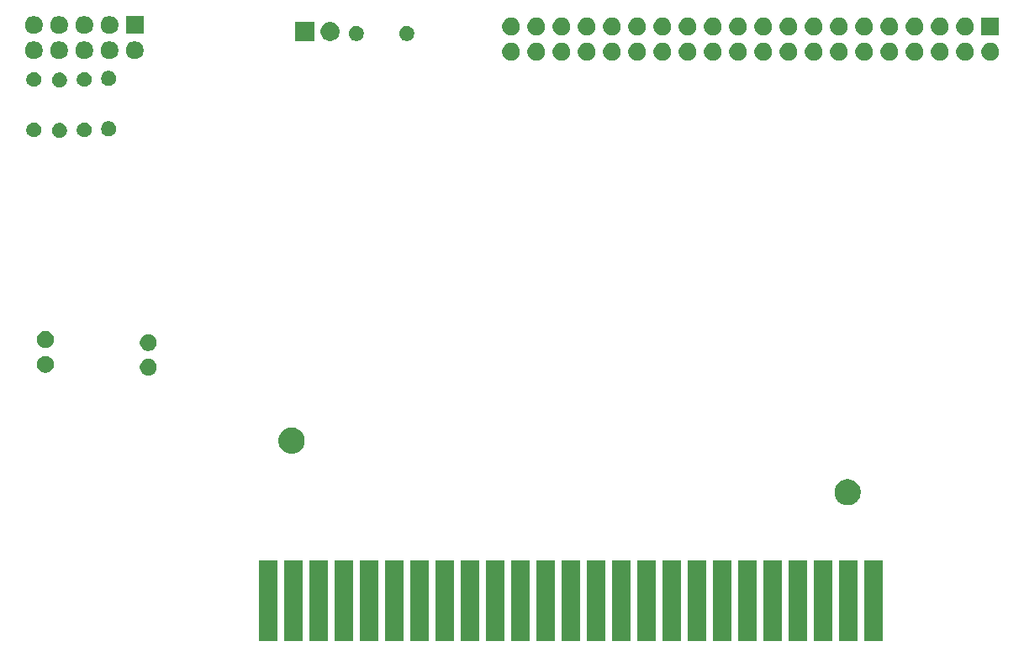
<source format=gbs>
G04 #@! TF.GenerationSoftware,KiCad,Pcbnew,(5.1.5)-3*
G04 #@! TF.CreationDate,2020-06-08T21:14:36+01:00*
G04 #@! TF.ProjectId,MSXPI2,4d535850-4932-42e6-9b69-6361645f7063,rev?*
G04 #@! TF.SameCoordinates,Original*
G04 #@! TF.FileFunction,Soldermask,Bot*
G04 #@! TF.FilePolarity,Negative*
%FSLAX46Y46*%
G04 Gerber Fmt 4.6, Leading zero omitted, Abs format (unit mm)*
G04 Created by KiCad (PCBNEW (5.1.5)-3) date 2020-06-08 21:14:36*
%MOMM*%
%LPD*%
G04 APERTURE LIST*
%ADD10C,0.100000*%
G04 APERTURE END LIST*
D10*
G36*
X169850840Y-93558440D02*
G01*
X167948840Y-93558440D01*
X167948840Y-85456440D01*
X169850840Y-85456440D01*
X169850840Y-93558440D01*
G37*
G36*
X136830840Y-93558440D02*
G01*
X134928840Y-93558440D01*
X134928840Y-85456440D01*
X136830840Y-85456440D01*
X136830840Y-93558440D01*
G37*
G36*
X108890840Y-93558440D02*
G01*
X106988840Y-93558440D01*
X106988840Y-85456440D01*
X108890840Y-85456440D01*
X108890840Y-93558440D01*
G37*
G36*
X111430840Y-93558440D02*
G01*
X109528840Y-93558440D01*
X109528840Y-85456440D01*
X111430840Y-85456440D01*
X111430840Y-93558440D01*
G37*
G36*
X113970840Y-93558440D02*
G01*
X112068840Y-93558440D01*
X112068840Y-85456440D01*
X113970840Y-85456440D01*
X113970840Y-93558440D01*
G37*
G36*
X116510840Y-93558440D02*
G01*
X114608840Y-93558440D01*
X114608840Y-85456440D01*
X116510840Y-85456440D01*
X116510840Y-93558440D01*
G37*
G36*
X119050840Y-93558440D02*
G01*
X117148840Y-93558440D01*
X117148840Y-85456440D01*
X119050840Y-85456440D01*
X119050840Y-93558440D01*
G37*
G36*
X121590840Y-93558440D02*
G01*
X119688840Y-93558440D01*
X119688840Y-85456440D01*
X121590840Y-85456440D01*
X121590840Y-93558440D01*
G37*
G36*
X124130840Y-93558440D02*
G01*
X122228840Y-93558440D01*
X122228840Y-85456440D01*
X124130840Y-85456440D01*
X124130840Y-93558440D01*
G37*
G36*
X126670840Y-93558440D02*
G01*
X124768840Y-93558440D01*
X124768840Y-85456440D01*
X126670840Y-85456440D01*
X126670840Y-93558440D01*
G37*
G36*
X129210840Y-93558440D02*
G01*
X127308840Y-93558440D01*
X127308840Y-85456440D01*
X129210840Y-85456440D01*
X129210840Y-93558440D01*
G37*
G36*
X131750840Y-93558440D02*
G01*
X129848840Y-93558440D01*
X129848840Y-85456440D01*
X131750840Y-85456440D01*
X131750840Y-93558440D01*
G37*
G36*
X134290840Y-93558440D02*
G01*
X132388840Y-93558440D01*
X132388840Y-85456440D01*
X134290840Y-85456440D01*
X134290840Y-93558440D01*
G37*
G36*
X162230840Y-93558440D02*
G01*
X160328840Y-93558440D01*
X160328840Y-85456440D01*
X162230840Y-85456440D01*
X162230840Y-93558440D01*
G37*
G36*
X139370840Y-93558440D02*
G01*
X137468840Y-93558440D01*
X137468840Y-85456440D01*
X139370840Y-85456440D01*
X139370840Y-93558440D01*
G37*
G36*
X167310840Y-93558440D02*
G01*
X165408840Y-93558440D01*
X165408840Y-85456440D01*
X167310840Y-85456440D01*
X167310840Y-93558440D01*
G37*
G36*
X164770840Y-93558440D02*
G01*
X162868840Y-93558440D01*
X162868840Y-85456440D01*
X164770840Y-85456440D01*
X164770840Y-93558440D01*
G37*
G36*
X159690840Y-93558440D02*
G01*
X157788840Y-93558440D01*
X157788840Y-85456440D01*
X159690840Y-85456440D01*
X159690840Y-93558440D01*
G37*
G36*
X157150840Y-93558440D02*
G01*
X155248840Y-93558440D01*
X155248840Y-85456440D01*
X157150840Y-85456440D01*
X157150840Y-93558440D01*
G37*
G36*
X154610840Y-93558440D02*
G01*
X152708840Y-93558440D01*
X152708840Y-85456440D01*
X154610840Y-85456440D01*
X154610840Y-93558440D01*
G37*
G36*
X152070840Y-93558440D02*
G01*
X150168840Y-93558440D01*
X150168840Y-85456440D01*
X152070840Y-85456440D01*
X152070840Y-93558440D01*
G37*
G36*
X149530840Y-93558440D02*
G01*
X147628840Y-93558440D01*
X147628840Y-85456440D01*
X149530840Y-85456440D01*
X149530840Y-93558440D01*
G37*
G36*
X146990840Y-93558440D02*
G01*
X145088840Y-93558440D01*
X145088840Y-85456440D01*
X146990840Y-85456440D01*
X146990840Y-93558440D01*
G37*
G36*
X144450840Y-93558440D02*
G01*
X142548840Y-93558440D01*
X142548840Y-85456440D01*
X144450840Y-85456440D01*
X144450840Y-93558440D01*
G37*
G36*
X141910840Y-93558440D02*
G01*
X140008840Y-93558440D01*
X140008840Y-85456440D01*
X141910840Y-85456440D01*
X141910840Y-93558440D01*
G37*
G36*
X166541354Y-77281822D02*
G01*
X166668962Y-77307205D01*
X166809788Y-77365537D01*
X166909367Y-77406784D01*
X166909368Y-77406785D01*
X167125729Y-77551352D01*
X167309728Y-77735351D01*
X167406325Y-77879919D01*
X167454296Y-77951713D01*
X167495543Y-78051292D01*
X167553875Y-78192118D01*
X167604640Y-78447333D01*
X167604640Y-78707547D01*
X167553875Y-78962762D01*
X167495543Y-79103588D01*
X167454296Y-79203167D01*
X167454295Y-79203168D01*
X167309728Y-79419529D01*
X167125729Y-79603528D01*
X166981161Y-79700125D01*
X166909367Y-79748096D01*
X166809788Y-79789343D01*
X166668962Y-79847675D01*
X166541354Y-79873058D01*
X166413749Y-79898440D01*
X166153531Y-79898440D01*
X166025926Y-79873058D01*
X165898318Y-79847675D01*
X165757492Y-79789343D01*
X165657913Y-79748096D01*
X165586119Y-79700125D01*
X165441551Y-79603528D01*
X165257552Y-79419529D01*
X165112985Y-79203168D01*
X165112984Y-79203167D01*
X165071737Y-79103588D01*
X165013405Y-78962762D01*
X164962640Y-78707547D01*
X164962640Y-78447333D01*
X165013405Y-78192118D01*
X165071737Y-78051292D01*
X165112984Y-77951713D01*
X165160955Y-77879919D01*
X165257552Y-77735351D01*
X165441551Y-77551352D01*
X165657912Y-77406785D01*
X165657913Y-77406784D01*
X165757492Y-77365537D01*
X165898318Y-77307205D01*
X166025925Y-77281823D01*
X166153531Y-77256440D01*
X166413749Y-77256440D01*
X166541354Y-77281822D01*
G37*
G36*
X110541975Y-72079903D02*
G01*
X110669582Y-72105285D01*
X110810408Y-72163617D01*
X110909987Y-72204864D01*
X110909988Y-72204865D01*
X111126349Y-72349432D01*
X111310348Y-72533431D01*
X111406945Y-72677999D01*
X111454916Y-72749793D01*
X111496163Y-72849372D01*
X111554495Y-72990198D01*
X111605260Y-73245413D01*
X111605260Y-73505627D01*
X111554495Y-73760842D01*
X111496163Y-73901668D01*
X111454916Y-74001247D01*
X111454915Y-74001248D01*
X111310348Y-74217609D01*
X111126349Y-74401608D01*
X110981781Y-74498205D01*
X110909987Y-74546176D01*
X110810408Y-74587423D01*
X110669582Y-74645755D01*
X110541975Y-74671137D01*
X110414369Y-74696520D01*
X110154151Y-74696520D01*
X110026545Y-74671137D01*
X109898938Y-74645755D01*
X109758112Y-74587423D01*
X109658533Y-74546176D01*
X109586739Y-74498205D01*
X109442171Y-74401608D01*
X109258172Y-74217609D01*
X109113605Y-74001248D01*
X109113604Y-74001247D01*
X109072357Y-73901668D01*
X109014025Y-73760842D01*
X108963260Y-73505627D01*
X108963260Y-73245413D01*
X109014025Y-72990198D01*
X109072357Y-72849372D01*
X109113604Y-72749793D01*
X109161575Y-72677999D01*
X109258172Y-72533431D01*
X109442171Y-72349432D01*
X109658532Y-72204865D01*
X109658533Y-72204864D01*
X109758112Y-72163617D01*
X109898938Y-72105285D01*
X110026545Y-72079903D01*
X110154151Y-72054520D01*
X110414369Y-72054520D01*
X110541975Y-72079903D01*
G37*
G36*
X96107828Y-65170903D02*
G01*
X96262700Y-65235053D01*
X96402081Y-65328185D01*
X96520615Y-65446719D01*
X96613747Y-65586100D01*
X96677897Y-65740972D01*
X96710600Y-65905384D01*
X96710600Y-66073016D01*
X96677897Y-66237428D01*
X96613747Y-66392300D01*
X96520615Y-66531681D01*
X96402081Y-66650215D01*
X96262700Y-66743347D01*
X96107828Y-66807497D01*
X95943416Y-66840200D01*
X95775784Y-66840200D01*
X95611372Y-66807497D01*
X95456500Y-66743347D01*
X95317119Y-66650215D01*
X95198585Y-66531681D01*
X95105453Y-66392300D01*
X95041303Y-66237428D01*
X95008600Y-66073016D01*
X95008600Y-65905384D01*
X95041303Y-65740972D01*
X95105453Y-65586100D01*
X95198585Y-65446719D01*
X95317119Y-65328185D01*
X95456500Y-65235053D01*
X95611372Y-65170903D01*
X95775784Y-65138200D01*
X95943416Y-65138200D01*
X96107828Y-65170903D01*
G37*
G36*
X85744628Y-64876903D02*
G01*
X85899500Y-64941053D01*
X86038881Y-65034185D01*
X86157415Y-65152719D01*
X86250547Y-65292100D01*
X86314697Y-65446972D01*
X86347400Y-65611384D01*
X86347400Y-65779016D01*
X86314697Y-65943428D01*
X86250547Y-66098300D01*
X86157415Y-66237681D01*
X86038881Y-66356215D01*
X85899500Y-66449347D01*
X85744628Y-66513497D01*
X85580216Y-66546200D01*
X85412584Y-66546200D01*
X85248172Y-66513497D01*
X85093300Y-66449347D01*
X84953919Y-66356215D01*
X84835385Y-66237681D01*
X84742253Y-66098300D01*
X84678103Y-65943428D01*
X84645400Y-65779016D01*
X84645400Y-65611384D01*
X84678103Y-65446972D01*
X84742253Y-65292100D01*
X84835385Y-65152719D01*
X84953919Y-65034185D01*
X85093300Y-64941053D01*
X85248172Y-64876903D01*
X85412584Y-64844200D01*
X85580216Y-64844200D01*
X85744628Y-64876903D01*
G37*
G36*
X96107828Y-62670903D02*
G01*
X96262700Y-62735053D01*
X96402081Y-62828185D01*
X96520615Y-62946719D01*
X96613747Y-63086100D01*
X96677897Y-63240972D01*
X96710600Y-63405384D01*
X96710600Y-63573016D01*
X96677897Y-63737428D01*
X96613747Y-63892300D01*
X96520615Y-64031681D01*
X96402081Y-64150215D01*
X96262700Y-64243347D01*
X96107828Y-64307497D01*
X95943416Y-64340200D01*
X95775784Y-64340200D01*
X95611372Y-64307497D01*
X95456500Y-64243347D01*
X95317119Y-64150215D01*
X95198585Y-64031681D01*
X95105453Y-63892300D01*
X95041303Y-63737428D01*
X95008600Y-63573016D01*
X95008600Y-63405384D01*
X95041303Y-63240972D01*
X95105453Y-63086100D01*
X95198585Y-62946719D01*
X95317119Y-62828185D01*
X95456500Y-62735053D01*
X95611372Y-62670903D01*
X95775784Y-62638200D01*
X95943416Y-62638200D01*
X96107828Y-62670903D01*
G37*
G36*
X85744628Y-62376903D02*
G01*
X85899500Y-62441053D01*
X86038881Y-62534185D01*
X86157415Y-62652719D01*
X86250547Y-62792100D01*
X86314697Y-62946972D01*
X86347400Y-63111384D01*
X86347400Y-63279016D01*
X86314697Y-63443428D01*
X86250547Y-63598300D01*
X86157415Y-63737681D01*
X86038881Y-63856215D01*
X85899500Y-63949347D01*
X85744628Y-64013497D01*
X85580216Y-64046200D01*
X85412584Y-64046200D01*
X85248172Y-64013497D01*
X85093300Y-63949347D01*
X84953919Y-63856215D01*
X84835385Y-63737681D01*
X84742253Y-63598300D01*
X84678103Y-63443428D01*
X84645400Y-63279016D01*
X84645400Y-63111384D01*
X84678103Y-62946972D01*
X84742253Y-62792100D01*
X84835385Y-62652719D01*
X84953919Y-62534185D01*
X85093300Y-62441053D01*
X85248172Y-62376903D01*
X85412584Y-62344200D01*
X85580216Y-62344200D01*
X85744628Y-62376903D01*
G37*
G36*
X87069481Y-41377459D02*
G01*
X87137859Y-41391060D01*
X87274532Y-41447672D01*
X87397535Y-41529860D01*
X87502140Y-41634465D01*
X87584328Y-41757468D01*
X87584329Y-41757470D01*
X87640940Y-41894141D01*
X87659696Y-41988433D01*
X87669800Y-42039233D01*
X87669800Y-42187167D01*
X87640940Y-42332259D01*
X87584328Y-42468932D01*
X87502140Y-42591935D01*
X87397535Y-42696540D01*
X87274532Y-42778728D01*
X87274531Y-42778729D01*
X87274530Y-42778729D01*
X87137859Y-42835340D01*
X86992768Y-42864200D01*
X86844832Y-42864200D01*
X86699741Y-42835340D01*
X86563070Y-42778729D01*
X86563069Y-42778729D01*
X86563068Y-42778728D01*
X86440065Y-42696540D01*
X86335460Y-42591935D01*
X86253272Y-42468932D01*
X86196660Y-42332259D01*
X86167800Y-42187167D01*
X86167800Y-42039233D01*
X86177905Y-41988433D01*
X86196660Y-41894141D01*
X86253271Y-41757470D01*
X86253272Y-41757468D01*
X86335460Y-41634465D01*
X86440065Y-41529860D01*
X86563068Y-41447672D01*
X86699741Y-41391060D01*
X86768119Y-41377459D01*
X86844832Y-41362200D01*
X86992768Y-41362200D01*
X87069481Y-41377459D01*
G37*
G36*
X89627059Y-41340260D02*
G01*
X89716868Y-41377460D01*
X89763732Y-41396872D01*
X89886735Y-41479060D01*
X89991340Y-41583665D01*
X90073528Y-41706668D01*
X90073529Y-41706670D01*
X90130140Y-41843341D01*
X90159000Y-41988432D01*
X90159000Y-42136368D01*
X90148895Y-42187168D01*
X90130140Y-42281459D01*
X90073528Y-42418132D01*
X89991340Y-42541135D01*
X89886735Y-42645740D01*
X89763732Y-42727928D01*
X89763731Y-42727929D01*
X89763730Y-42727929D01*
X89627059Y-42784540D01*
X89481968Y-42813400D01*
X89334032Y-42813400D01*
X89188941Y-42784540D01*
X89052270Y-42727929D01*
X89052269Y-42727929D01*
X89052268Y-42727928D01*
X88929265Y-42645740D01*
X88824660Y-42541135D01*
X88742472Y-42418132D01*
X88685860Y-42281459D01*
X88667105Y-42187168D01*
X88657000Y-42136368D01*
X88657000Y-41988432D01*
X88685860Y-41843341D01*
X88742471Y-41706670D01*
X88742472Y-41706668D01*
X88824660Y-41583665D01*
X88929265Y-41479060D01*
X89052268Y-41396872D01*
X89099133Y-41377460D01*
X89188941Y-41340260D01*
X89334032Y-41311400D01*
X89481968Y-41311400D01*
X89627059Y-41340260D01*
G37*
G36*
X84547059Y-41340260D02*
G01*
X84636868Y-41377460D01*
X84683732Y-41396872D01*
X84806735Y-41479060D01*
X84911340Y-41583665D01*
X84993528Y-41706668D01*
X84993529Y-41706670D01*
X85050140Y-41843341D01*
X85079000Y-41988432D01*
X85079000Y-42136368D01*
X85068895Y-42187168D01*
X85050140Y-42281459D01*
X84993528Y-42418132D01*
X84911340Y-42541135D01*
X84806735Y-42645740D01*
X84683732Y-42727928D01*
X84683731Y-42727929D01*
X84683730Y-42727929D01*
X84547059Y-42784540D01*
X84401968Y-42813400D01*
X84254032Y-42813400D01*
X84108941Y-42784540D01*
X83972270Y-42727929D01*
X83972269Y-42727929D01*
X83972268Y-42727928D01*
X83849265Y-42645740D01*
X83744660Y-42541135D01*
X83662472Y-42418132D01*
X83605860Y-42281459D01*
X83587105Y-42187168D01*
X83577000Y-42136368D01*
X83577000Y-41988432D01*
X83605860Y-41843341D01*
X83662471Y-41706670D01*
X83662472Y-41706668D01*
X83744660Y-41583665D01*
X83849265Y-41479060D01*
X83972268Y-41396872D01*
X84019133Y-41377460D01*
X84108941Y-41340260D01*
X84254032Y-41311400D01*
X84401968Y-41311400D01*
X84547059Y-41340260D01*
G37*
G36*
X92065459Y-41238660D02*
G01*
X92202132Y-41295272D01*
X92325135Y-41377460D01*
X92429740Y-41482065D01*
X92511928Y-41605068D01*
X92568540Y-41741741D01*
X92597400Y-41886833D01*
X92597400Y-42034767D01*
X92568540Y-42179859D01*
X92511928Y-42316532D01*
X92429740Y-42439535D01*
X92325135Y-42544140D01*
X92202132Y-42626328D01*
X92202131Y-42626329D01*
X92202130Y-42626329D01*
X92065459Y-42682940D01*
X91920368Y-42711800D01*
X91772432Y-42711800D01*
X91627341Y-42682940D01*
X91490670Y-42626329D01*
X91490669Y-42626329D01*
X91490668Y-42626328D01*
X91367665Y-42544140D01*
X91263060Y-42439535D01*
X91180872Y-42316532D01*
X91124260Y-42179859D01*
X91095400Y-42034767D01*
X91095400Y-41886833D01*
X91124260Y-41741741D01*
X91180872Y-41605068D01*
X91263060Y-41482065D01*
X91367665Y-41377460D01*
X91490668Y-41295272D01*
X91627341Y-41238660D01*
X91772432Y-41209800D01*
X91920368Y-41209800D01*
X92065459Y-41238660D01*
G37*
G36*
X87069481Y-36297459D02*
G01*
X87137859Y-36311060D01*
X87274532Y-36367672D01*
X87397535Y-36449860D01*
X87502140Y-36554465D01*
X87584328Y-36677468D01*
X87584329Y-36677470D01*
X87640940Y-36814141D01*
X87659696Y-36908433D01*
X87669800Y-36959233D01*
X87669800Y-37107167D01*
X87640940Y-37252259D01*
X87584328Y-37388932D01*
X87502140Y-37511935D01*
X87397535Y-37616540D01*
X87274532Y-37698728D01*
X87274531Y-37698729D01*
X87274530Y-37698729D01*
X87137859Y-37755340D01*
X86992768Y-37784200D01*
X86844832Y-37784200D01*
X86699741Y-37755340D01*
X86563070Y-37698729D01*
X86563069Y-37698729D01*
X86563068Y-37698728D01*
X86440065Y-37616540D01*
X86335460Y-37511935D01*
X86253272Y-37388932D01*
X86196660Y-37252259D01*
X86167800Y-37107167D01*
X86167800Y-36959233D01*
X86177905Y-36908433D01*
X86196660Y-36814141D01*
X86253271Y-36677470D01*
X86253272Y-36677468D01*
X86335460Y-36554465D01*
X86440065Y-36449860D01*
X86563068Y-36367672D01*
X86699741Y-36311060D01*
X86768119Y-36297459D01*
X86844832Y-36282200D01*
X86992768Y-36282200D01*
X87069481Y-36297459D01*
G37*
G36*
X89627059Y-36260260D02*
G01*
X89716868Y-36297460D01*
X89763732Y-36316872D01*
X89886735Y-36399060D01*
X89991340Y-36503665D01*
X90073528Y-36626668D01*
X90073529Y-36626670D01*
X90130140Y-36763341D01*
X90159000Y-36908432D01*
X90159000Y-37056368D01*
X90148895Y-37107168D01*
X90130140Y-37201459D01*
X90073528Y-37338132D01*
X89991340Y-37461135D01*
X89886735Y-37565740D01*
X89763732Y-37647928D01*
X89763731Y-37647929D01*
X89763730Y-37647929D01*
X89627059Y-37704540D01*
X89481968Y-37733400D01*
X89334032Y-37733400D01*
X89188941Y-37704540D01*
X89052270Y-37647929D01*
X89052269Y-37647929D01*
X89052268Y-37647928D01*
X88929265Y-37565740D01*
X88824660Y-37461135D01*
X88742472Y-37338132D01*
X88685860Y-37201459D01*
X88667105Y-37107168D01*
X88657000Y-37056368D01*
X88657000Y-36908432D01*
X88685860Y-36763341D01*
X88742471Y-36626670D01*
X88742472Y-36626668D01*
X88824660Y-36503665D01*
X88929265Y-36399060D01*
X89052268Y-36316872D01*
X89099133Y-36297460D01*
X89188941Y-36260260D01*
X89334032Y-36231400D01*
X89481968Y-36231400D01*
X89627059Y-36260260D01*
G37*
G36*
X84547059Y-36260260D02*
G01*
X84636868Y-36297460D01*
X84683732Y-36316872D01*
X84806735Y-36399060D01*
X84911340Y-36503665D01*
X84993528Y-36626668D01*
X84993529Y-36626670D01*
X85050140Y-36763341D01*
X85079000Y-36908432D01*
X85079000Y-37056368D01*
X85068895Y-37107168D01*
X85050140Y-37201459D01*
X84993528Y-37338132D01*
X84911340Y-37461135D01*
X84806735Y-37565740D01*
X84683732Y-37647928D01*
X84683731Y-37647929D01*
X84683730Y-37647929D01*
X84547059Y-37704540D01*
X84401968Y-37733400D01*
X84254032Y-37733400D01*
X84108941Y-37704540D01*
X83972270Y-37647929D01*
X83972269Y-37647929D01*
X83972268Y-37647928D01*
X83849265Y-37565740D01*
X83744660Y-37461135D01*
X83662472Y-37338132D01*
X83605860Y-37201459D01*
X83587105Y-37107168D01*
X83577000Y-37056368D01*
X83577000Y-36908432D01*
X83605860Y-36763341D01*
X83662471Y-36626670D01*
X83662472Y-36626668D01*
X83744660Y-36503665D01*
X83849265Y-36399060D01*
X83972268Y-36316872D01*
X84019133Y-36297460D01*
X84108941Y-36260260D01*
X84254032Y-36231400D01*
X84401968Y-36231400D01*
X84547059Y-36260260D01*
G37*
G36*
X92065459Y-36158660D02*
G01*
X92202132Y-36215272D01*
X92325135Y-36297460D01*
X92429740Y-36402065D01*
X92511928Y-36525068D01*
X92568540Y-36661741D01*
X92597400Y-36806833D01*
X92597400Y-36954767D01*
X92568540Y-37099859D01*
X92511928Y-37236532D01*
X92429740Y-37359535D01*
X92325135Y-37464140D01*
X92202132Y-37546328D01*
X92202131Y-37546329D01*
X92202130Y-37546329D01*
X92065459Y-37602940D01*
X91920368Y-37631800D01*
X91772432Y-37631800D01*
X91627341Y-37602940D01*
X91490670Y-37546329D01*
X91490669Y-37546329D01*
X91490668Y-37546328D01*
X91367665Y-37464140D01*
X91263060Y-37359535D01*
X91180872Y-37236532D01*
X91124260Y-37099859D01*
X91095400Y-36954767D01*
X91095400Y-36806833D01*
X91124260Y-36661741D01*
X91180872Y-36525068D01*
X91263060Y-36402065D01*
X91367665Y-36297460D01*
X91490668Y-36215272D01*
X91627341Y-36158660D01*
X91772432Y-36129800D01*
X91920368Y-36129800D01*
X92065459Y-36158660D01*
G37*
G36*
X147738312Y-33292327D02*
G01*
X147887612Y-33322024D01*
X148051584Y-33389944D01*
X148199154Y-33488547D01*
X148324653Y-33614046D01*
X148423256Y-33761616D01*
X148491176Y-33925588D01*
X148520873Y-34074888D01*
X148525800Y-34099658D01*
X148525800Y-34277142D01*
X148520873Y-34301912D01*
X148491176Y-34451212D01*
X148423256Y-34615184D01*
X148324653Y-34762754D01*
X148199154Y-34888253D01*
X148051584Y-34986856D01*
X147887612Y-35054776D01*
X147738312Y-35084473D01*
X147713542Y-35089400D01*
X147536058Y-35089400D01*
X147511288Y-35084473D01*
X147361988Y-35054776D01*
X147198016Y-34986856D01*
X147050446Y-34888253D01*
X146924947Y-34762754D01*
X146826344Y-34615184D01*
X146758424Y-34451212D01*
X146728727Y-34301912D01*
X146723800Y-34277142D01*
X146723800Y-34099658D01*
X146728727Y-34074888D01*
X146758424Y-33925588D01*
X146826344Y-33761616D01*
X146924947Y-33614046D01*
X147050446Y-33488547D01*
X147198016Y-33389944D01*
X147361988Y-33322024D01*
X147511288Y-33292327D01*
X147536058Y-33287400D01*
X147713542Y-33287400D01*
X147738312Y-33292327D01*
G37*
G36*
X150278312Y-33292327D02*
G01*
X150427612Y-33322024D01*
X150591584Y-33389944D01*
X150739154Y-33488547D01*
X150864653Y-33614046D01*
X150963256Y-33761616D01*
X151031176Y-33925588D01*
X151060873Y-34074888D01*
X151065800Y-34099658D01*
X151065800Y-34277142D01*
X151060873Y-34301912D01*
X151031176Y-34451212D01*
X150963256Y-34615184D01*
X150864653Y-34762754D01*
X150739154Y-34888253D01*
X150591584Y-34986856D01*
X150427612Y-35054776D01*
X150278312Y-35084473D01*
X150253542Y-35089400D01*
X150076058Y-35089400D01*
X150051288Y-35084473D01*
X149901988Y-35054776D01*
X149738016Y-34986856D01*
X149590446Y-34888253D01*
X149464947Y-34762754D01*
X149366344Y-34615184D01*
X149298424Y-34451212D01*
X149268727Y-34301912D01*
X149263800Y-34277142D01*
X149263800Y-34099658D01*
X149268727Y-34074888D01*
X149298424Y-33925588D01*
X149366344Y-33761616D01*
X149464947Y-33614046D01*
X149590446Y-33488547D01*
X149738016Y-33389944D01*
X149901988Y-33322024D01*
X150051288Y-33292327D01*
X150076058Y-33287400D01*
X150253542Y-33287400D01*
X150278312Y-33292327D01*
G37*
G36*
X135038312Y-33292327D02*
G01*
X135187612Y-33322024D01*
X135351584Y-33389944D01*
X135499154Y-33488547D01*
X135624653Y-33614046D01*
X135723256Y-33761616D01*
X135791176Y-33925588D01*
X135820873Y-34074888D01*
X135825800Y-34099658D01*
X135825800Y-34277142D01*
X135820873Y-34301912D01*
X135791176Y-34451212D01*
X135723256Y-34615184D01*
X135624653Y-34762754D01*
X135499154Y-34888253D01*
X135351584Y-34986856D01*
X135187612Y-35054776D01*
X135038312Y-35084473D01*
X135013542Y-35089400D01*
X134836058Y-35089400D01*
X134811288Y-35084473D01*
X134661988Y-35054776D01*
X134498016Y-34986856D01*
X134350446Y-34888253D01*
X134224947Y-34762754D01*
X134126344Y-34615184D01*
X134058424Y-34451212D01*
X134028727Y-34301912D01*
X134023800Y-34277142D01*
X134023800Y-34099658D01*
X134028727Y-34074888D01*
X134058424Y-33925588D01*
X134126344Y-33761616D01*
X134224947Y-33614046D01*
X134350446Y-33488547D01*
X134498016Y-33389944D01*
X134661988Y-33322024D01*
X134811288Y-33292327D01*
X134836058Y-33287400D01*
X135013542Y-33287400D01*
X135038312Y-33292327D01*
G37*
G36*
X152818312Y-33292327D02*
G01*
X152967612Y-33322024D01*
X153131584Y-33389944D01*
X153279154Y-33488547D01*
X153404653Y-33614046D01*
X153503256Y-33761616D01*
X153571176Y-33925588D01*
X153600873Y-34074888D01*
X153605800Y-34099658D01*
X153605800Y-34277142D01*
X153600873Y-34301912D01*
X153571176Y-34451212D01*
X153503256Y-34615184D01*
X153404653Y-34762754D01*
X153279154Y-34888253D01*
X153131584Y-34986856D01*
X152967612Y-35054776D01*
X152818312Y-35084473D01*
X152793542Y-35089400D01*
X152616058Y-35089400D01*
X152591288Y-35084473D01*
X152441988Y-35054776D01*
X152278016Y-34986856D01*
X152130446Y-34888253D01*
X152004947Y-34762754D01*
X151906344Y-34615184D01*
X151838424Y-34451212D01*
X151808727Y-34301912D01*
X151803800Y-34277142D01*
X151803800Y-34099658D01*
X151808727Y-34074888D01*
X151838424Y-33925588D01*
X151906344Y-33761616D01*
X152004947Y-33614046D01*
X152130446Y-33488547D01*
X152278016Y-33389944D01*
X152441988Y-33322024D01*
X152591288Y-33292327D01*
X152616058Y-33287400D01*
X152793542Y-33287400D01*
X152818312Y-33292327D01*
G37*
G36*
X157898312Y-33292327D02*
G01*
X158047612Y-33322024D01*
X158211584Y-33389944D01*
X158359154Y-33488547D01*
X158484653Y-33614046D01*
X158583256Y-33761616D01*
X158651176Y-33925588D01*
X158680873Y-34074888D01*
X158685800Y-34099658D01*
X158685800Y-34277142D01*
X158680873Y-34301912D01*
X158651176Y-34451212D01*
X158583256Y-34615184D01*
X158484653Y-34762754D01*
X158359154Y-34888253D01*
X158211584Y-34986856D01*
X158047612Y-35054776D01*
X157898312Y-35084473D01*
X157873542Y-35089400D01*
X157696058Y-35089400D01*
X157671288Y-35084473D01*
X157521988Y-35054776D01*
X157358016Y-34986856D01*
X157210446Y-34888253D01*
X157084947Y-34762754D01*
X156986344Y-34615184D01*
X156918424Y-34451212D01*
X156888727Y-34301912D01*
X156883800Y-34277142D01*
X156883800Y-34099658D01*
X156888727Y-34074888D01*
X156918424Y-33925588D01*
X156986344Y-33761616D01*
X157084947Y-33614046D01*
X157210446Y-33488547D01*
X157358016Y-33389944D01*
X157521988Y-33322024D01*
X157671288Y-33292327D01*
X157696058Y-33287400D01*
X157873542Y-33287400D01*
X157898312Y-33292327D01*
G37*
G36*
X160438312Y-33292327D02*
G01*
X160587612Y-33322024D01*
X160751584Y-33389944D01*
X160899154Y-33488547D01*
X161024653Y-33614046D01*
X161123256Y-33761616D01*
X161191176Y-33925588D01*
X161220873Y-34074888D01*
X161225800Y-34099658D01*
X161225800Y-34277142D01*
X161220873Y-34301912D01*
X161191176Y-34451212D01*
X161123256Y-34615184D01*
X161024653Y-34762754D01*
X160899154Y-34888253D01*
X160751584Y-34986856D01*
X160587612Y-35054776D01*
X160438312Y-35084473D01*
X160413542Y-35089400D01*
X160236058Y-35089400D01*
X160211288Y-35084473D01*
X160061988Y-35054776D01*
X159898016Y-34986856D01*
X159750446Y-34888253D01*
X159624947Y-34762754D01*
X159526344Y-34615184D01*
X159458424Y-34451212D01*
X159428727Y-34301912D01*
X159423800Y-34277142D01*
X159423800Y-34099658D01*
X159428727Y-34074888D01*
X159458424Y-33925588D01*
X159526344Y-33761616D01*
X159624947Y-33614046D01*
X159750446Y-33488547D01*
X159898016Y-33389944D01*
X160061988Y-33322024D01*
X160211288Y-33292327D01*
X160236058Y-33287400D01*
X160413542Y-33287400D01*
X160438312Y-33292327D01*
G37*
G36*
X162978312Y-33292327D02*
G01*
X163127612Y-33322024D01*
X163291584Y-33389944D01*
X163439154Y-33488547D01*
X163564653Y-33614046D01*
X163663256Y-33761616D01*
X163731176Y-33925588D01*
X163760873Y-34074888D01*
X163765800Y-34099658D01*
X163765800Y-34277142D01*
X163760873Y-34301912D01*
X163731176Y-34451212D01*
X163663256Y-34615184D01*
X163564653Y-34762754D01*
X163439154Y-34888253D01*
X163291584Y-34986856D01*
X163127612Y-35054776D01*
X162978312Y-35084473D01*
X162953542Y-35089400D01*
X162776058Y-35089400D01*
X162751288Y-35084473D01*
X162601988Y-35054776D01*
X162438016Y-34986856D01*
X162290446Y-34888253D01*
X162164947Y-34762754D01*
X162066344Y-34615184D01*
X161998424Y-34451212D01*
X161968727Y-34301912D01*
X161963800Y-34277142D01*
X161963800Y-34099658D01*
X161968727Y-34074888D01*
X161998424Y-33925588D01*
X162066344Y-33761616D01*
X162164947Y-33614046D01*
X162290446Y-33488547D01*
X162438016Y-33389944D01*
X162601988Y-33322024D01*
X162751288Y-33292327D01*
X162776058Y-33287400D01*
X162953542Y-33287400D01*
X162978312Y-33292327D01*
G37*
G36*
X165518312Y-33292327D02*
G01*
X165667612Y-33322024D01*
X165831584Y-33389944D01*
X165979154Y-33488547D01*
X166104653Y-33614046D01*
X166203256Y-33761616D01*
X166271176Y-33925588D01*
X166300873Y-34074888D01*
X166305800Y-34099658D01*
X166305800Y-34277142D01*
X166300873Y-34301912D01*
X166271176Y-34451212D01*
X166203256Y-34615184D01*
X166104653Y-34762754D01*
X165979154Y-34888253D01*
X165831584Y-34986856D01*
X165667612Y-35054776D01*
X165518312Y-35084473D01*
X165493542Y-35089400D01*
X165316058Y-35089400D01*
X165291288Y-35084473D01*
X165141988Y-35054776D01*
X164978016Y-34986856D01*
X164830446Y-34888253D01*
X164704947Y-34762754D01*
X164606344Y-34615184D01*
X164538424Y-34451212D01*
X164508727Y-34301912D01*
X164503800Y-34277142D01*
X164503800Y-34099658D01*
X164508727Y-34074888D01*
X164538424Y-33925588D01*
X164606344Y-33761616D01*
X164704947Y-33614046D01*
X164830446Y-33488547D01*
X164978016Y-33389944D01*
X165141988Y-33322024D01*
X165291288Y-33292327D01*
X165316058Y-33287400D01*
X165493542Y-33287400D01*
X165518312Y-33292327D01*
G37*
G36*
X168058312Y-33292327D02*
G01*
X168207612Y-33322024D01*
X168371584Y-33389944D01*
X168519154Y-33488547D01*
X168644653Y-33614046D01*
X168743256Y-33761616D01*
X168811176Y-33925588D01*
X168840873Y-34074888D01*
X168845800Y-34099658D01*
X168845800Y-34277142D01*
X168840873Y-34301912D01*
X168811176Y-34451212D01*
X168743256Y-34615184D01*
X168644653Y-34762754D01*
X168519154Y-34888253D01*
X168371584Y-34986856D01*
X168207612Y-35054776D01*
X168058312Y-35084473D01*
X168033542Y-35089400D01*
X167856058Y-35089400D01*
X167831288Y-35084473D01*
X167681988Y-35054776D01*
X167518016Y-34986856D01*
X167370446Y-34888253D01*
X167244947Y-34762754D01*
X167146344Y-34615184D01*
X167078424Y-34451212D01*
X167048727Y-34301912D01*
X167043800Y-34277142D01*
X167043800Y-34099658D01*
X167048727Y-34074888D01*
X167078424Y-33925588D01*
X167146344Y-33761616D01*
X167244947Y-33614046D01*
X167370446Y-33488547D01*
X167518016Y-33389944D01*
X167681988Y-33322024D01*
X167831288Y-33292327D01*
X167856058Y-33287400D01*
X168033542Y-33287400D01*
X168058312Y-33292327D01*
G37*
G36*
X170598312Y-33292327D02*
G01*
X170747612Y-33322024D01*
X170911584Y-33389944D01*
X171059154Y-33488547D01*
X171184653Y-33614046D01*
X171283256Y-33761616D01*
X171351176Y-33925588D01*
X171380873Y-34074888D01*
X171385800Y-34099658D01*
X171385800Y-34277142D01*
X171380873Y-34301912D01*
X171351176Y-34451212D01*
X171283256Y-34615184D01*
X171184653Y-34762754D01*
X171059154Y-34888253D01*
X170911584Y-34986856D01*
X170747612Y-35054776D01*
X170598312Y-35084473D01*
X170573542Y-35089400D01*
X170396058Y-35089400D01*
X170371288Y-35084473D01*
X170221988Y-35054776D01*
X170058016Y-34986856D01*
X169910446Y-34888253D01*
X169784947Y-34762754D01*
X169686344Y-34615184D01*
X169618424Y-34451212D01*
X169588727Y-34301912D01*
X169583800Y-34277142D01*
X169583800Y-34099658D01*
X169588727Y-34074888D01*
X169618424Y-33925588D01*
X169686344Y-33761616D01*
X169784947Y-33614046D01*
X169910446Y-33488547D01*
X170058016Y-33389944D01*
X170221988Y-33322024D01*
X170371288Y-33292327D01*
X170396058Y-33287400D01*
X170573542Y-33287400D01*
X170598312Y-33292327D01*
G37*
G36*
X140118312Y-33292327D02*
G01*
X140267612Y-33322024D01*
X140431584Y-33389944D01*
X140579154Y-33488547D01*
X140704653Y-33614046D01*
X140803256Y-33761616D01*
X140871176Y-33925588D01*
X140900873Y-34074888D01*
X140905800Y-34099658D01*
X140905800Y-34277142D01*
X140900873Y-34301912D01*
X140871176Y-34451212D01*
X140803256Y-34615184D01*
X140704653Y-34762754D01*
X140579154Y-34888253D01*
X140431584Y-34986856D01*
X140267612Y-35054776D01*
X140118312Y-35084473D01*
X140093542Y-35089400D01*
X139916058Y-35089400D01*
X139891288Y-35084473D01*
X139741988Y-35054776D01*
X139578016Y-34986856D01*
X139430446Y-34888253D01*
X139304947Y-34762754D01*
X139206344Y-34615184D01*
X139138424Y-34451212D01*
X139108727Y-34301912D01*
X139103800Y-34277142D01*
X139103800Y-34099658D01*
X139108727Y-34074888D01*
X139138424Y-33925588D01*
X139206344Y-33761616D01*
X139304947Y-33614046D01*
X139430446Y-33488547D01*
X139578016Y-33389944D01*
X139741988Y-33322024D01*
X139891288Y-33292327D01*
X139916058Y-33287400D01*
X140093542Y-33287400D01*
X140118312Y-33292327D01*
G37*
G36*
X137578312Y-33292327D02*
G01*
X137727612Y-33322024D01*
X137891584Y-33389944D01*
X138039154Y-33488547D01*
X138164653Y-33614046D01*
X138263256Y-33761616D01*
X138331176Y-33925588D01*
X138360873Y-34074888D01*
X138365800Y-34099658D01*
X138365800Y-34277142D01*
X138360873Y-34301912D01*
X138331176Y-34451212D01*
X138263256Y-34615184D01*
X138164653Y-34762754D01*
X138039154Y-34888253D01*
X137891584Y-34986856D01*
X137727612Y-35054776D01*
X137578312Y-35084473D01*
X137553542Y-35089400D01*
X137376058Y-35089400D01*
X137351288Y-35084473D01*
X137201988Y-35054776D01*
X137038016Y-34986856D01*
X136890446Y-34888253D01*
X136764947Y-34762754D01*
X136666344Y-34615184D01*
X136598424Y-34451212D01*
X136568727Y-34301912D01*
X136563800Y-34277142D01*
X136563800Y-34099658D01*
X136568727Y-34074888D01*
X136598424Y-33925588D01*
X136666344Y-33761616D01*
X136764947Y-33614046D01*
X136890446Y-33488547D01*
X137038016Y-33389944D01*
X137201988Y-33322024D01*
X137351288Y-33292327D01*
X137376058Y-33287400D01*
X137553542Y-33287400D01*
X137578312Y-33292327D01*
G37*
G36*
X132498312Y-33292327D02*
G01*
X132647612Y-33322024D01*
X132811584Y-33389944D01*
X132959154Y-33488547D01*
X133084653Y-33614046D01*
X133183256Y-33761616D01*
X133251176Y-33925588D01*
X133280873Y-34074888D01*
X133285800Y-34099658D01*
X133285800Y-34277142D01*
X133280873Y-34301912D01*
X133251176Y-34451212D01*
X133183256Y-34615184D01*
X133084653Y-34762754D01*
X132959154Y-34888253D01*
X132811584Y-34986856D01*
X132647612Y-35054776D01*
X132498312Y-35084473D01*
X132473542Y-35089400D01*
X132296058Y-35089400D01*
X132271288Y-35084473D01*
X132121988Y-35054776D01*
X131958016Y-34986856D01*
X131810446Y-34888253D01*
X131684947Y-34762754D01*
X131586344Y-34615184D01*
X131518424Y-34451212D01*
X131488727Y-34301912D01*
X131483800Y-34277142D01*
X131483800Y-34099658D01*
X131488727Y-34074888D01*
X131518424Y-33925588D01*
X131586344Y-33761616D01*
X131684947Y-33614046D01*
X131810446Y-33488547D01*
X131958016Y-33389944D01*
X132121988Y-33322024D01*
X132271288Y-33292327D01*
X132296058Y-33287400D01*
X132473542Y-33287400D01*
X132498312Y-33292327D01*
G37*
G36*
X155358312Y-33292327D02*
G01*
X155507612Y-33322024D01*
X155671584Y-33389944D01*
X155819154Y-33488547D01*
X155944653Y-33614046D01*
X156043256Y-33761616D01*
X156111176Y-33925588D01*
X156140873Y-34074888D01*
X156145800Y-34099658D01*
X156145800Y-34277142D01*
X156140873Y-34301912D01*
X156111176Y-34451212D01*
X156043256Y-34615184D01*
X155944653Y-34762754D01*
X155819154Y-34888253D01*
X155671584Y-34986856D01*
X155507612Y-35054776D01*
X155358312Y-35084473D01*
X155333542Y-35089400D01*
X155156058Y-35089400D01*
X155131288Y-35084473D01*
X154981988Y-35054776D01*
X154818016Y-34986856D01*
X154670446Y-34888253D01*
X154544947Y-34762754D01*
X154446344Y-34615184D01*
X154378424Y-34451212D01*
X154348727Y-34301912D01*
X154343800Y-34277142D01*
X154343800Y-34099658D01*
X154348727Y-34074888D01*
X154378424Y-33925588D01*
X154446344Y-33761616D01*
X154544947Y-33614046D01*
X154670446Y-33488547D01*
X154818016Y-33389944D01*
X154981988Y-33322024D01*
X155131288Y-33292327D01*
X155156058Y-33287400D01*
X155333542Y-33287400D01*
X155358312Y-33292327D01*
G37*
G36*
X180758312Y-33292327D02*
G01*
X180907612Y-33322024D01*
X181071584Y-33389944D01*
X181219154Y-33488547D01*
X181344653Y-33614046D01*
X181443256Y-33761616D01*
X181511176Y-33925588D01*
X181540873Y-34074888D01*
X181545800Y-34099658D01*
X181545800Y-34277142D01*
X181540873Y-34301912D01*
X181511176Y-34451212D01*
X181443256Y-34615184D01*
X181344653Y-34762754D01*
X181219154Y-34888253D01*
X181071584Y-34986856D01*
X180907612Y-35054776D01*
X180758312Y-35084473D01*
X180733542Y-35089400D01*
X180556058Y-35089400D01*
X180531288Y-35084473D01*
X180381988Y-35054776D01*
X180218016Y-34986856D01*
X180070446Y-34888253D01*
X179944947Y-34762754D01*
X179846344Y-34615184D01*
X179778424Y-34451212D01*
X179748727Y-34301912D01*
X179743800Y-34277142D01*
X179743800Y-34099658D01*
X179748727Y-34074888D01*
X179778424Y-33925588D01*
X179846344Y-33761616D01*
X179944947Y-33614046D01*
X180070446Y-33488547D01*
X180218016Y-33389944D01*
X180381988Y-33322024D01*
X180531288Y-33292327D01*
X180556058Y-33287400D01*
X180733542Y-33287400D01*
X180758312Y-33292327D01*
G37*
G36*
X178218312Y-33292327D02*
G01*
X178367612Y-33322024D01*
X178531584Y-33389944D01*
X178679154Y-33488547D01*
X178804653Y-33614046D01*
X178903256Y-33761616D01*
X178971176Y-33925588D01*
X179000873Y-34074888D01*
X179005800Y-34099658D01*
X179005800Y-34277142D01*
X179000873Y-34301912D01*
X178971176Y-34451212D01*
X178903256Y-34615184D01*
X178804653Y-34762754D01*
X178679154Y-34888253D01*
X178531584Y-34986856D01*
X178367612Y-35054776D01*
X178218312Y-35084473D01*
X178193542Y-35089400D01*
X178016058Y-35089400D01*
X177991288Y-35084473D01*
X177841988Y-35054776D01*
X177678016Y-34986856D01*
X177530446Y-34888253D01*
X177404947Y-34762754D01*
X177306344Y-34615184D01*
X177238424Y-34451212D01*
X177208727Y-34301912D01*
X177203800Y-34277142D01*
X177203800Y-34099658D01*
X177208727Y-34074888D01*
X177238424Y-33925588D01*
X177306344Y-33761616D01*
X177404947Y-33614046D01*
X177530446Y-33488547D01*
X177678016Y-33389944D01*
X177841988Y-33322024D01*
X177991288Y-33292327D01*
X178016058Y-33287400D01*
X178193542Y-33287400D01*
X178218312Y-33292327D01*
G37*
G36*
X175678312Y-33292327D02*
G01*
X175827612Y-33322024D01*
X175991584Y-33389944D01*
X176139154Y-33488547D01*
X176264653Y-33614046D01*
X176363256Y-33761616D01*
X176431176Y-33925588D01*
X176460873Y-34074888D01*
X176465800Y-34099658D01*
X176465800Y-34277142D01*
X176460873Y-34301912D01*
X176431176Y-34451212D01*
X176363256Y-34615184D01*
X176264653Y-34762754D01*
X176139154Y-34888253D01*
X175991584Y-34986856D01*
X175827612Y-35054776D01*
X175678312Y-35084473D01*
X175653542Y-35089400D01*
X175476058Y-35089400D01*
X175451288Y-35084473D01*
X175301988Y-35054776D01*
X175138016Y-34986856D01*
X174990446Y-34888253D01*
X174864947Y-34762754D01*
X174766344Y-34615184D01*
X174698424Y-34451212D01*
X174668727Y-34301912D01*
X174663800Y-34277142D01*
X174663800Y-34099658D01*
X174668727Y-34074888D01*
X174698424Y-33925588D01*
X174766344Y-33761616D01*
X174864947Y-33614046D01*
X174990446Y-33488547D01*
X175138016Y-33389944D01*
X175301988Y-33322024D01*
X175451288Y-33292327D01*
X175476058Y-33287400D01*
X175653542Y-33287400D01*
X175678312Y-33292327D01*
G37*
G36*
X142658312Y-33292327D02*
G01*
X142807612Y-33322024D01*
X142971584Y-33389944D01*
X143119154Y-33488547D01*
X143244653Y-33614046D01*
X143343256Y-33761616D01*
X143411176Y-33925588D01*
X143440873Y-34074888D01*
X143445800Y-34099658D01*
X143445800Y-34277142D01*
X143440873Y-34301912D01*
X143411176Y-34451212D01*
X143343256Y-34615184D01*
X143244653Y-34762754D01*
X143119154Y-34888253D01*
X142971584Y-34986856D01*
X142807612Y-35054776D01*
X142658312Y-35084473D01*
X142633542Y-35089400D01*
X142456058Y-35089400D01*
X142431288Y-35084473D01*
X142281988Y-35054776D01*
X142118016Y-34986856D01*
X141970446Y-34888253D01*
X141844947Y-34762754D01*
X141746344Y-34615184D01*
X141678424Y-34451212D01*
X141648727Y-34301912D01*
X141643800Y-34277142D01*
X141643800Y-34099658D01*
X141648727Y-34074888D01*
X141678424Y-33925588D01*
X141746344Y-33761616D01*
X141844947Y-33614046D01*
X141970446Y-33488547D01*
X142118016Y-33389944D01*
X142281988Y-33322024D01*
X142431288Y-33292327D01*
X142456058Y-33287400D01*
X142633542Y-33287400D01*
X142658312Y-33292327D01*
G37*
G36*
X173138312Y-33292327D02*
G01*
X173287612Y-33322024D01*
X173451584Y-33389944D01*
X173599154Y-33488547D01*
X173724653Y-33614046D01*
X173823256Y-33761616D01*
X173891176Y-33925588D01*
X173920873Y-34074888D01*
X173925800Y-34099658D01*
X173925800Y-34277142D01*
X173920873Y-34301912D01*
X173891176Y-34451212D01*
X173823256Y-34615184D01*
X173724653Y-34762754D01*
X173599154Y-34888253D01*
X173451584Y-34986856D01*
X173287612Y-35054776D01*
X173138312Y-35084473D01*
X173113542Y-35089400D01*
X172936058Y-35089400D01*
X172911288Y-35084473D01*
X172761988Y-35054776D01*
X172598016Y-34986856D01*
X172450446Y-34888253D01*
X172324947Y-34762754D01*
X172226344Y-34615184D01*
X172158424Y-34451212D01*
X172128727Y-34301912D01*
X172123800Y-34277142D01*
X172123800Y-34099658D01*
X172128727Y-34074888D01*
X172158424Y-33925588D01*
X172226344Y-33761616D01*
X172324947Y-33614046D01*
X172450446Y-33488547D01*
X172598016Y-33389944D01*
X172761988Y-33322024D01*
X172911288Y-33292327D01*
X172936058Y-33287400D01*
X173113542Y-33287400D01*
X173138312Y-33292327D01*
G37*
G36*
X145198312Y-33292327D02*
G01*
X145347612Y-33322024D01*
X145511584Y-33389944D01*
X145659154Y-33488547D01*
X145784653Y-33614046D01*
X145883256Y-33761616D01*
X145951176Y-33925588D01*
X145980873Y-34074888D01*
X145985800Y-34099658D01*
X145985800Y-34277142D01*
X145980873Y-34301912D01*
X145951176Y-34451212D01*
X145883256Y-34615184D01*
X145784653Y-34762754D01*
X145659154Y-34888253D01*
X145511584Y-34986856D01*
X145347612Y-35054776D01*
X145198312Y-35084473D01*
X145173542Y-35089400D01*
X144996058Y-35089400D01*
X144971288Y-35084473D01*
X144821988Y-35054776D01*
X144658016Y-34986856D01*
X144510446Y-34888253D01*
X144384947Y-34762754D01*
X144286344Y-34615184D01*
X144218424Y-34451212D01*
X144188727Y-34301912D01*
X144183800Y-34277142D01*
X144183800Y-34099658D01*
X144188727Y-34074888D01*
X144218424Y-33925588D01*
X144286344Y-33761616D01*
X144384947Y-33614046D01*
X144510446Y-33488547D01*
X144658016Y-33389944D01*
X144821988Y-33322024D01*
X144971288Y-33292327D01*
X144996058Y-33287400D01*
X145173542Y-33287400D01*
X145198312Y-33292327D01*
G37*
G36*
X94601512Y-33139927D02*
G01*
X94750812Y-33169624D01*
X94914784Y-33237544D01*
X95062354Y-33336147D01*
X95187853Y-33461646D01*
X95286456Y-33609216D01*
X95354376Y-33773188D01*
X95384073Y-33922488D01*
X95384690Y-33925588D01*
X95389000Y-33947259D01*
X95389000Y-34124741D01*
X95354376Y-34298812D01*
X95286456Y-34462784D01*
X95187853Y-34610354D01*
X95062354Y-34735853D01*
X94914784Y-34834456D01*
X94750812Y-34902376D01*
X94601512Y-34932073D01*
X94576742Y-34937000D01*
X94399258Y-34937000D01*
X94374488Y-34932073D01*
X94225188Y-34902376D01*
X94061216Y-34834456D01*
X93913646Y-34735853D01*
X93788147Y-34610354D01*
X93689544Y-34462784D01*
X93621624Y-34298812D01*
X93587000Y-34124741D01*
X93587000Y-33947259D01*
X93591311Y-33925588D01*
X93591927Y-33922488D01*
X93621624Y-33773188D01*
X93689544Y-33609216D01*
X93788147Y-33461646D01*
X93913646Y-33336147D01*
X94061216Y-33237544D01*
X94225188Y-33169624D01*
X94374488Y-33139927D01*
X94399258Y-33135000D01*
X94576742Y-33135000D01*
X94601512Y-33139927D01*
G37*
G36*
X92061512Y-33139927D02*
G01*
X92210812Y-33169624D01*
X92374784Y-33237544D01*
X92522354Y-33336147D01*
X92647853Y-33461646D01*
X92746456Y-33609216D01*
X92814376Y-33773188D01*
X92844073Y-33922488D01*
X92844690Y-33925588D01*
X92849000Y-33947259D01*
X92849000Y-34124741D01*
X92814376Y-34298812D01*
X92746456Y-34462784D01*
X92647853Y-34610354D01*
X92522354Y-34735853D01*
X92374784Y-34834456D01*
X92210812Y-34902376D01*
X92061512Y-34932073D01*
X92036742Y-34937000D01*
X91859258Y-34937000D01*
X91834488Y-34932073D01*
X91685188Y-34902376D01*
X91521216Y-34834456D01*
X91373646Y-34735853D01*
X91248147Y-34610354D01*
X91149544Y-34462784D01*
X91081624Y-34298812D01*
X91047000Y-34124741D01*
X91047000Y-33947259D01*
X91051311Y-33925588D01*
X91051927Y-33922488D01*
X91081624Y-33773188D01*
X91149544Y-33609216D01*
X91248147Y-33461646D01*
X91373646Y-33336147D01*
X91521216Y-33237544D01*
X91685188Y-33169624D01*
X91834488Y-33139927D01*
X91859258Y-33135000D01*
X92036742Y-33135000D01*
X92061512Y-33139927D01*
G37*
G36*
X86981512Y-33139927D02*
G01*
X87130812Y-33169624D01*
X87294784Y-33237544D01*
X87442354Y-33336147D01*
X87567853Y-33461646D01*
X87666456Y-33609216D01*
X87734376Y-33773188D01*
X87764073Y-33922488D01*
X87764690Y-33925588D01*
X87769000Y-33947259D01*
X87769000Y-34124741D01*
X87734376Y-34298812D01*
X87666456Y-34462784D01*
X87567853Y-34610354D01*
X87442354Y-34735853D01*
X87294784Y-34834456D01*
X87130812Y-34902376D01*
X86981512Y-34932073D01*
X86956742Y-34937000D01*
X86779258Y-34937000D01*
X86754488Y-34932073D01*
X86605188Y-34902376D01*
X86441216Y-34834456D01*
X86293646Y-34735853D01*
X86168147Y-34610354D01*
X86069544Y-34462784D01*
X86001624Y-34298812D01*
X85967000Y-34124741D01*
X85967000Y-33947259D01*
X85971311Y-33925588D01*
X85971927Y-33922488D01*
X86001624Y-33773188D01*
X86069544Y-33609216D01*
X86168147Y-33461646D01*
X86293646Y-33336147D01*
X86441216Y-33237544D01*
X86605188Y-33169624D01*
X86754488Y-33139927D01*
X86779258Y-33135000D01*
X86956742Y-33135000D01*
X86981512Y-33139927D01*
G37*
G36*
X89521512Y-33139927D02*
G01*
X89670812Y-33169624D01*
X89834784Y-33237544D01*
X89982354Y-33336147D01*
X90107853Y-33461646D01*
X90206456Y-33609216D01*
X90274376Y-33773188D01*
X90304073Y-33922488D01*
X90304690Y-33925588D01*
X90309000Y-33947259D01*
X90309000Y-34124741D01*
X90274376Y-34298812D01*
X90206456Y-34462784D01*
X90107853Y-34610354D01*
X89982354Y-34735853D01*
X89834784Y-34834456D01*
X89670812Y-34902376D01*
X89521512Y-34932073D01*
X89496742Y-34937000D01*
X89319258Y-34937000D01*
X89294488Y-34932073D01*
X89145188Y-34902376D01*
X88981216Y-34834456D01*
X88833646Y-34735853D01*
X88708147Y-34610354D01*
X88609544Y-34462784D01*
X88541624Y-34298812D01*
X88507000Y-34124741D01*
X88507000Y-33947259D01*
X88511311Y-33925588D01*
X88511927Y-33922488D01*
X88541624Y-33773188D01*
X88609544Y-33609216D01*
X88708147Y-33461646D01*
X88833646Y-33336147D01*
X88981216Y-33237544D01*
X89145188Y-33169624D01*
X89294488Y-33139927D01*
X89319258Y-33135000D01*
X89496742Y-33135000D01*
X89521512Y-33139927D01*
G37*
G36*
X84441512Y-33139927D02*
G01*
X84590812Y-33169624D01*
X84754784Y-33237544D01*
X84902354Y-33336147D01*
X85027853Y-33461646D01*
X85126456Y-33609216D01*
X85194376Y-33773188D01*
X85224073Y-33922488D01*
X85224690Y-33925588D01*
X85229000Y-33947259D01*
X85229000Y-34124741D01*
X85194376Y-34298812D01*
X85126456Y-34462784D01*
X85027853Y-34610354D01*
X84902354Y-34735853D01*
X84754784Y-34834456D01*
X84590812Y-34902376D01*
X84441512Y-34932073D01*
X84416742Y-34937000D01*
X84239258Y-34937000D01*
X84214488Y-34932073D01*
X84065188Y-34902376D01*
X83901216Y-34834456D01*
X83753646Y-34735853D01*
X83628147Y-34610354D01*
X83529544Y-34462784D01*
X83461624Y-34298812D01*
X83427000Y-34124741D01*
X83427000Y-33947259D01*
X83431311Y-33925588D01*
X83431927Y-33922488D01*
X83461624Y-33773188D01*
X83529544Y-33609216D01*
X83628147Y-33461646D01*
X83753646Y-33336147D01*
X83901216Y-33237544D01*
X84065188Y-33169624D01*
X84214488Y-33139927D01*
X84239258Y-33135000D01*
X84416742Y-33135000D01*
X84441512Y-33139927D01*
G37*
G36*
X117008259Y-31624760D02*
G01*
X117144932Y-31681372D01*
X117267935Y-31763560D01*
X117372540Y-31868165D01*
X117372541Y-31868167D01*
X117454729Y-31991170D01*
X117511340Y-32127841D01*
X117540200Y-32272932D01*
X117540200Y-32420868D01*
X117535031Y-32446856D01*
X117511340Y-32565959D01*
X117454728Y-32702632D01*
X117372540Y-32825635D01*
X117267935Y-32930240D01*
X117144932Y-33012428D01*
X117144931Y-33012429D01*
X117144930Y-33012429D01*
X117008259Y-33069040D01*
X116863168Y-33097900D01*
X116715232Y-33097900D01*
X116570141Y-33069040D01*
X116433470Y-33012429D01*
X116433469Y-33012429D01*
X116433468Y-33012428D01*
X116310465Y-32930240D01*
X116205860Y-32825635D01*
X116123672Y-32702632D01*
X116067060Y-32565959D01*
X116043369Y-32446856D01*
X116038200Y-32420868D01*
X116038200Y-32272932D01*
X116067060Y-32127841D01*
X116123671Y-31991170D01*
X116205859Y-31868167D01*
X116205860Y-31868165D01*
X116310465Y-31763560D01*
X116433468Y-31681372D01*
X116570141Y-31624760D01*
X116715232Y-31595900D01*
X116863168Y-31595900D01*
X117008259Y-31624760D01*
G37*
G36*
X122088259Y-31624760D02*
G01*
X122224932Y-31681372D01*
X122347935Y-31763560D01*
X122452540Y-31868165D01*
X122452541Y-31868167D01*
X122534729Y-31991170D01*
X122591340Y-32127841D01*
X122620200Y-32272932D01*
X122620200Y-32420868D01*
X122615031Y-32446856D01*
X122591340Y-32565959D01*
X122534728Y-32702632D01*
X122452540Y-32825635D01*
X122347935Y-32930240D01*
X122224932Y-33012428D01*
X122224931Y-33012429D01*
X122224930Y-33012429D01*
X122088259Y-33069040D01*
X121943168Y-33097900D01*
X121795232Y-33097900D01*
X121650141Y-33069040D01*
X121513470Y-33012429D01*
X121513469Y-33012429D01*
X121513468Y-33012428D01*
X121390465Y-32930240D01*
X121285860Y-32825635D01*
X121203672Y-32702632D01*
X121147060Y-32565959D01*
X121123369Y-32446856D01*
X121118200Y-32420868D01*
X121118200Y-32272932D01*
X121147060Y-32127841D01*
X121203671Y-31991170D01*
X121285859Y-31868167D01*
X121285860Y-31868165D01*
X121390465Y-31763560D01*
X121513468Y-31681372D01*
X121650141Y-31624760D01*
X121795232Y-31595900D01*
X121943168Y-31595900D01*
X122088259Y-31624760D01*
G37*
G36*
X114437695Y-31229246D02*
G01*
X114610766Y-31300934D01*
X114610767Y-31300935D01*
X114766527Y-31405010D01*
X114898990Y-31537473D01*
X114898991Y-31537475D01*
X115003066Y-31693234D01*
X115074754Y-31866305D01*
X115111300Y-32050033D01*
X115111300Y-32237367D01*
X115074754Y-32421095D01*
X115003066Y-32594166D01*
X115003065Y-32594167D01*
X114898990Y-32749927D01*
X114766527Y-32882390D01*
X114694914Y-32930240D01*
X114610766Y-32986466D01*
X114437695Y-33058154D01*
X114253967Y-33094700D01*
X114066633Y-33094700D01*
X113882905Y-33058154D01*
X113709834Y-32986466D01*
X113625686Y-32930240D01*
X113554073Y-32882390D01*
X113421610Y-32749927D01*
X113317535Y-32594167D01*
X113317534Y-32594166D01*
X113245846Y-32421095D01*
X113209300Y-32237367D01*
X113209300Y-32050033D01*
X113245846Y-31866305D01*
X113317534Y-31693234D01*
X113421609Y-31537475D01*
X113421610Y-31537473D01*
X113554073Y-31405010D01*
X113709833Y-31300935D01*
X113709834Y-31300934D01*
X113882905Y-31229246D01*
X114066633Y-31192700D01*
X114253967Y-31192700D01*
X114437695Y-31229246D01*
G37*
G36*
X112571300Y-33094700D02*
G01*
X110669300Y-33094700D01*
X110669300Y-31192700D01*
X112571300Y-31192700D01*
X112571300Y-33094700D01*
G37*
G36*
X162978312Y-30752327D02*
G01*
X163127612Y-30782024D01*
X163291584Y-30849944D01*
X163439154Y-30948547D01*
X163564653Y-31074046D01*
X163663256Y-31221616D01*
X163731176Y-31385588D01*
X163760873Y-31534888D01*
X163765800Y-31559658D01*
X163765800Y-31737142D01*
X163760873Y-31761912D01*
X163731176Y-31911212D01*
X163663256Y-32075184D01*
X163564653Y-32222754D01*
X163439154Y-32348253D01*
X163291584Y-32446856D01*
X163127612Y-32514776D01*
X162978312Y-32544473D01*
X162953542Y-32549400D01*
X162776058Y-32549400D01*
X162751288Y-32544473D01*
X162601988Y-32514776D01*
X162438016Y-32446856D01*
X162290446Y-32348253D01*
X162164947Y-32222754D01*
X162066344Y-32075184D01*
X161998424Y-31911212D01*
X161968727Y-31761912D01*
X161963800Y-31737142D01*
X161963800Y-31559658D01*
X161968727Y-31534888D01*
X161998424Y-31385588D01*
X162066344Y-31221616D01*
X162164947Y-31074046D01*
X162290446Y-30948547D01*
X162438016Y-30849944D01*
X162601988Y-30782024D01*
X162751288Y-30752327D01*
X162776058Y-30747400D01*
X162953542Y-30747400D01*
X162978312Y-30752327D01*
G37*
G36*
X160438312Y-30752327D02*
G01*
X160587612Y-30782024D01*
X160751584Y-30849944D01*
X160899154Y-30948547D01*
X161024653Y-31074046D01*
X161123256Y-31221616D01*
X161191176Y-31385588D01*
X161220873Y-31534888D01*
X161225800Y-31559658D01*
X161225800Y-31737142D01*
X161220873Y-31761912D01*
X161191176Y-31911212D01*
X161123256Y-32075184D01*
X161024653Y-32222754D01*
X160899154Y-32348253D01*
X160751584Y-32446856D01*
X160587612Y-32514776D01*
X160438312Y-32544473D01*
X160413542Y-32549400D01*
X160236058Y-32549400D01*
X160211288Y-32544473D01*
X160061988Y-32514776D01*
X159898016Y-32446856D01*
X159750446Y-32348253D01*
X159624947Y-32222754D01*
X159526344Y-32075184D01*
X159458424Y-31911212D01*
X159428727Y-31761912D01*
X159423800Y-31737142D01*
X159423800Y-31559658D01*
X159428727Y-31534888D01*
X159458424Y-31385588D01*
X159526344Y-31221616D01*
X159624947Y-31074046D01*
X159750446Y-30948547D01*
X159898016Y-30849944D01*
X160061988Y-30782024D01*
X160211288Y-30752327D01*
X160236058Y-30747400D01*
X160413542Y-30747400D01*
X160438312Y-30752327D01*
G37*
G36*
X165518312Y-30752327D02*
G01*
X165667612Y-30782024D01*
X165831584Y-30849944D01*
X165979154Y-30948547D01*
X166104653Y-31074046D01*
X166203256Y-31221616D01*
X166271176Y-31385588D01*
X166300873Y-31534888D01*
X166305800Y-31559658D01*
X166305800Y-31737142D01*
X166300873Y-31761912D01*
X166271176Y-31911212D01*
X166203256Y-32075184D01*
X166104653Y-32222754D01*
X165979154Y-32348253D01*
X165831584Y-32446856D01*
X165667612Y-32514776D01*
X165518312Y-32544473D01*
X165493542Y-32549400D01*
X165316058Y-32549400D01*
X165291288Y-32544473D01*
X165141988Y-32514776D01*
X164978016Y-32446856D01*
X164830446Y-32348253D01*
X164704947Y-32222754D01*
X164606344Y-32075184D01*
X164538424Y-31911212D01*
X164508727Y-31761912D01*
X164503800Y-31737142D01*
X164503800Y-31559658D01*
X164508727Y-31534888D01*
X164538424Y-31385588D01*
X164606344Y-31221616D01*
X164704947Y-31074046D01*
X164830446Y-30948547D01*
X164978016Y-30849944D01*
X165141988Y-30782024D01*
X165291288Y-30752327D01*
X165316058Y-30747400D01*
X165493542Y-30747400D01*
X165518312Y-30752327D01*
G37*
G36*
X181545800Y-32549400D02*
G01*
X179743800Y-32549400D01*
X179743800Y-30747400D01*
X181545800Y-30747400D01*
X181545800Y-32549400D01*
G37*
G36*
X168058312Y-30752327D02*
G01*
X168207612Y-30782024D01*
X168371584Y-30849944D01*
X168519154Y-30948547D01*
X168644653Y-31074046D01*
X168743256Y-31221616D01*
X168811176Y-31385588D01*
X168840873Y-31534888D01*
X168845800Y-31559658D01*
X168845800Y-31737142D01*
X168840873Y-31761912D01*
X168811176Y-31911212D01*
X168743256Y-32075184D01*
X168644653Y-32222754D01*
X168519154Y-32348253D01*
X168371584Y-32446856D01*
X168207612Y-32514776D01*
X168058312Y-32544473D01*
X168033542Y-32549400D01*
X167856058Y-32549400D01*
X167831288Y-32544473D01*
X167681988Y-32514776D01*
X167518016Y-32446856D01*
X167370446Y-32348253D01*
X167244947Y-32222754D01*
X167146344Y-32075184D01*
X167078424Y-31911212D01*
X167048727Y-31761912D01*
X167043800Y-31737142D01*
X167043800Y-31559658D01*
X167048727Y-31534888D01*
X167078424Y-31385588D01*
X167146344Y-31221616D01*
X167244947Y-31074046D01*
X167370446Y-30948547D01*
X167518016Y-30849944D01*
X167681988Y-30782024D01*
X167831288Y-30752327D01*
X167856058Y-30747400D01*
X168033542Y-30747400D01*
X168058312Y-30752327D01*
G37*
G36*
X178218312Y-30752327D02*
G01*
X178367612Y-30782024D01*
X178531584Y-30849944D01*
X178679154Y-30948547D01*
X178804653Y-31074046D01*
X178903256Y-31221616D01*
X178971176Y-31385588D01*
X179000873Y-31534888D01*
X179005800Y-31559658D01*
X179005800Y-31737142D01*
X179000873Y-31761912D01*
X178971176Y-31911212D01*
X178903256Y-32075184D01*
X178804653Y-32222754D01*
X178679154Y-32348253D01*
X178531584Y-32446856D01*
X178367612Y-32514776D01*
X178218312Y-32544473D01*
X178193542Y-32549400D01*
X178016058Y-32549400D01*
X177991288Y-32544473D01*
X177841988Y-32514776D01*
X177678016Y-32446856D01*
X177530446Y-32348253D01*
X177404947Y-32222754D01*
X177306344Y-32075184D01*
X177238424Y-31911212D01*
X177208727Y-31761912D01*
X177203800Y-31737142D01*
X177203800Y-31559658D01*
X177208727Y-31534888D01*
X177238424Y-31385588D01*
X177306344Y-31221616D01*
X177404947Y-31074046D01*
X177530446Y-30948547D01*
X177678016Y-30849944D01*
X177841988Y-30782024D01*
X177991288Y-30752327D01*
X178016058Y-30747400D01*
X178193542Y-30747400D01*
X178218312Y-30752327D01*
G37*
G36*
X175678312Y-30752327D02*
G01*
X175827612Y-30782024D01*
X175991584Y-30849944D01*
X176139154Y-30948547D01*
X176264653Y-31074046D01*
X176363256Y-31221616D01*
X176431176Y-31385588D01*
X176460873Y-31534888D01*
X176465800Y-31559658D01*
X176465800Y-31737142D01*
X176460873Y-31761912D01*
X176431176Y-31911212D01*
X176363256Y-32075184D01*
X176264653Y-32222754D01*
X176139154Y-32348253D01*
X175991584Y-32446856D01*
X175827612Y-32514776D01*
X175678312Y-32544473D01*
X175653542Y-32549400D01*
X175476058Y-32549400D01*
X175451288Y-32544473D01*
X175301988Y-32514776D01*
X175138016Y-32446856D01*
X174990446Y-32348253D01*
X174864947Y-32222754D01*
X174766344Y-32075184D01*
X174698424Y-31911212D01*
X174668727Y-31761912D01*
X174663800Y-31737142D01*
X174663800Y-31559658D01*
X174668727Y-31534888D01*
X174698424Y-31385588D01*
X174766344Y-31221616D01*
X174864947Y-31074046D01*
X174990446Y-30948547D01*
X175138016Y-30849944D01*
X175301988Y-30782024D01*
X175451288Y-30752327D01*
X175476058Y-30747400D01*
X175653542Y-30747400D01*
X175678312Y-30752327D01*
G37*
G36*
X170598312Y-30752327D02*
G01*
X170747612Y-30782024D01*
X170911584Y-30849944D01*
X171059154Y-30948547D01*
X171184653Y-31074046D01*
X171283256Y-31221616D01*
X171351176Y-31385588D01*
X171380873Y-31534888D01*
X171385800Y-31559658D01*
X171385800Y-31737142D01*
X171380873Y-31761912D01*
X171351176Y-31911212D01*
X171283256Y-32075184D01*
X171184653Y-32222754D01*
X171059154Y-32348253D01*
X170911584Y-32446856D01*
X170747612Y-32514776D01*
X170598312Y-32544473D01*
X170573542Y-32549400D01*
X170396058Y-32549400D01*
X170371288Y-32544473D01*
X170221988Y-32514776D01*
X170058016Y-32446856D01*
X169910446Y-32348253D01*
X169784947Y-32222754D01*
X169686344Y-32075184D01*
X169618424Y-31911212D01*
X169588727Y-31761912D01*
X169583800Y-31737142D01*
X169583800Y-31559658D01*
X169588727Y-31534888D01*
X169618424Y-31385588D01*
X169686344Y-31221616D01*
X169784947Y-31074046D01*
X169910446Y-30948547D01*
X170058016Y-30849944D01*
X170221988Y-30782024D01*
X170371288Y-30752327D01*
X170396058Y-30747400D01*
X170573542Y-30747400D01*
X170598312Y-30752327D01*
G37*
G36*
X173138312Y-30752327D02*
G01*
X173287612Y-30782024D01*
X173451584Y-30849944D01*
X173599154Y-30948547D01*
X173724653Y-31074046D01*
X173823256Y-31221616D01*
X173891176Y-31385588D01*
X173920873Y-31534888D01*
X173925800Y-31559658D01*
X173925800Y-31737142D01*
X173920873Y-31761912D01*
X173891176Y-31911212D01*
X173823256Y-32075184D01*
X173724653Y-32222754D01*
X173599154Y-32348253D01*
X173451584Y-32446856D01*
X173287612Y-32514776D01*
X173138312Y-32544473D01*
X173113542Y-32549400D01*
X172936058Y-32549400D01*
X172911288Y-32544473D01*
X172761988Y-32514776D01*
X172598016Y-32446856D01*
X172450446Y-32348253D01*
X172324947Y-32222754D01*
X172226344Y-32075184D01*
X172158424Y-31911212D01*
X172128727Y-31761912D01*
X172123800Y-31737142D01*
X172123800Y-31559658D01*
X172128727Y-31534888D01*
X172158424Y-31385588D01*
X172226344Y-31221616D01*
X172324947Y-31074046D01*
X172450446Y-30948547D01*
X172598016Y-30849944D01*
X172761988Y-30782024D01*
X172911288Y-30752327D01*
X172936058Y-30747400D01*
X173113542Y-30747400D01*
X173138312Y-30752327D01*
G37*
G36*
X145198312Y-30752327D02*
G01*
X145347612Y-30782024D01*
X145511584Y-30849944D01*
X145659154Y-30948547D01*
X145784653Y-31074046D01*
X145883256Y-31221616D01*
X145951176Y-31385588D01*
X145980873Y-31534888D01*
X145985800Y-31559658D01*
X145985800Y-31737142D01*
X145980873Y-31761912D01*
X145951176Y-31911212D01*
X145883256Y-32075184D01*
X145784653Y-32222754D01*
X145659154Y-32348253D01*
X145511584Y-32446856D01*
X145347612Y-32514776D01*
X145198312Y-32544473D01*
X145173542Y-32549400D01*
X144996058Y-32549400D01*
X144971288Y-32544473D01*
X144821988Y-32514776D01*
X144658016Y-32446856D01*
X144510446Y-32348253D01*
X144384947Y-32222754D01*
X144286344Y-32075184D01*
X144218424Y-31911212D01*
X144188727Y-31761912D01*
X144183800Y-31737142D01*
X144183800Y-31559658D01*
X144188727Y-31534888D01*
X144218424Y-31385588D01*
X144286344Y-31221616D01*
X144384947Y-31074046D01*
X144510446Y-30948547D01*
X144658016Y-30849944D01*
X144821988Y-30782024D01*
X144971288Y-30752327D01*
X144996058Y-30747400D01*
X145173542Y-30747400D01*
X145198312Y-30752327D01*
G37*
G36*
X132498312Y-30752327D02*
G01*
X132647612Y-30782024D01*
X132811584Y-30849944D01*
X132959154Y-30948547D01*
X133084653Y-31074046D01*
X133183256Y-31221616D01*
X133251176Y-31385588D01*
X133280873Y-31534888D01*
X133285800Y-31559658D01*
X133285800Y-31737142D01*
X133280873Y-31761912D01*
X133251176Y-31911212D01*
X133183256Y-32075184D01*
X133084653Y-32222754D01*
X132959154Y-32348253D01*
X132811584Y-32446856D01*
X132647612Y-32514776D01*
X132498312Y-32544473D01*
X132473542Y-32549400D01*
X132296058Y-32549400D01*
X132271288Y-32544473D01*
X132121988Y-32514776D01*
X131958016Y-32446856D01*
X131810446Y-32348253D01*
X131684947Y-32222754D01*
X131586344Y-32075184D01*
X131518424Y-31911212D01*
X131488727Y-31761912D01*
X131483800Y-31737142D01*
X131483800Y-31559658D01*
X131488727Y-31534888D01*
X131518424Y-31385588D01*
X131586344Y-31221616D01*
X131684947Y-31074046D01*
X131810446Y-30948547D01*
X131958016Y-30849944D01*
X132121988Y-30782024D01*
X132271288Y-30752327D01*
X132296058Y-30747400D01*
X132473542Y-30747400D01*
X132498312Y-30752327D01*
G37*
G36*
X135038312Y-30752327D02*
G01*
X135187612Y-30782024D01*
X135351584Y-30849944D01*
X135499154Y-30948547D01*
X135624653Y-31074046D01*
X135723256Y-31221616D01*
X135791176Y-31385588D01*
X135820873Y-31534888D01*
X135825800Y-31559658D01*
X135825800Y-31737142D01*
X135820873Y-31761912D01*
X135791176Y-31911212D01*
X135723256Y-32075184D01*
X135624653Y-32222754D01*
X135499154Y-32348253D01*
X135351584Y-32446856D01*
X135187612Y-32514776D01*
X135038312Y-32544473D01*
X135013542Y-32549400D01*
X134836058Y-32549400D01*
X134811288Y-32544473D01*
X134661988Y-32514776D01*
X134498016Y-32446856D01*
X134350446Y-32348253D01*
X134224947Y-32222754D01*
X134126344Y-32075184D01*
X134058424Y-31911212D01*
X134028727Y-31761912D01*
X134023800Y-31737142D01*
X134023800Y-31559658D01*
X134028727Y-31534888D01*
X134058424Y-31385588D01*
X134126344Y-31221616D01*
X134224947Y-31074046D01*
X134350446Y-30948547D01*
X134498016Y-30849944D01*
X134661988Y-30782024D01*
X134811288Y-30752327D01*
X134836058Y-30747400D01*
X135013542Y-30747400D01*
X135038312Y-30752327D01*
G37*
G36*
X147738312Y-30752327D02*
G01*
X147887612Y-30782024D01*
X148051584Y-30849944D01*
X148199154Y-30948547D01*
X148324653Y-31074046D01*
X148423256Y-31221616D01*
X148491176Y-31385588D01*
X148520873Y-31534888D01*
X148525800Y-31559658D01*
X148525800Y-31737142D01*
X148520873Y-31761912D01*
X148491176Y-31911212D01*
X148423256Y-32075184D01*
X148324653Y-32222754D01*
X148199154Y-32348253D01*
X148051584Y-32446856D01*
X147887612Y-32514776D01*
X147738312Y-32544473D01*
X147713542Y-32549400D01*
X147536058Y-32549400D01*
X147511288Y-32544473D01*
X147361988Y-32514776D01*
X147198016Y-32446856D01*
X147050446Y-32348253D01*
X146924947Y-32222754D01*
X146826344Y-32075184D01*
X146758424Y-31911212D01*
X146728727Y-31761912D01*
X146723800Y-31737142D01*
X146723800Y-31559658D01*
X146728727Y-31534888D01*
X146758424Y-31385588D01*
X146826344Y-31221616D01*
X146924947Y-31074046D01*
X147050446Y-30948547D01*
X147198016Y-30849944D01*
X147361988Y-30782024D01*
X147511288Y-30752327D01*
X147536058Y-30747400D01*
X147713542Y-30747400D01*
X147738312Y-30752327D01*
G37*
G36*
X140118312Y-30752327D02*
G01*
X140267612Y-30782024D01*
X140431584Y-30849944D01*
X140579154Y-30948547D01*
X140704653Y-31074046D01*
X140803256Y-31221616D01*
X140871176Y-31385588D01*
X140900873Y-31534888D01*
X140905800Y-31559658D01*
X140905800Y-31737142D01*
X140900873Y-31761912D01*
X140871176Y-31911212D01*
X140803256Y-32075184D01*
X140704653Y-32222754D01*
X140579154Y-32348253D01*
X140431584Y-32446856D01*
X140267612Y-32514776D01*
X140118312Y-32544473D01*
X140093542Y-32549400D01*
X139916058Y-32549400D01*
X139891288Y-32544473D01*
X139741988Y-32514776D01*
X139578016Y-32446856D01*
X139430446Y-32348253D01*
X139304947Y-32222754D01*
X139206344Y-32075184D01*
X139138424Y-31911212D01*
X139108727Y-31761912D01*
X139103800Y-31737142D01*
X139103800Y-31559658D01*
X139108727Y-31534888D01*
X139138424Y-31385588D01*
X139206344Y-31221616D01*
X139304947Y-31074046D01*
X139430446Y-30948547D01*
X139578016Y-30849944D01*
X139741988Y-30782024D01*
X139891288Y-30752327D01*
X139916058Y-30747400D01*
X140093542Y-30747400D01*
X140118312Y-30752327D01*
G37*
G36*
X150278312Y-30752327D02*
G01*
X150427612Y-30782024D01*
X150591584Y-30849944D01*
X150739154Y-30948547D01*
X150864653Y-31074046D01*
X150963256Y-31221616D01*
X151031176Y-31385588D01*
X151060873Y-31534888D01*
X151065800Y-31559658D01*
X151065800Y-31737142D01*
X151060873Y-31761912D01*
X151031176Y-31911212D01*
X150963256Y-32075184D01*
X150864653Y-32222754D01*
X150739154Y-32348253D01*
X150591584Y-32446856D01*
X150427612Y-32514776D01*
X150278312Y-32544473D01*
X150253542Y-32549400D01*
X150076058Y-32549400D01*
X150051288Y-32544473D01*
X149901988Y-32514776D01*
X149738016Y-32446856D01*
X149590446Y-32348253D01*
X149464947Y-32222754D01*
X149366344Y-32075184D01*
X149298424Y-31911212D01*
X149268727Y-31761912D01*
X149263800Y-31737142D01*
X149263800Y-31559658D01*
X149268727Y-31534888D01*
X149298424Y-31385588D01*
X149366344Y-31221616D01*
X149464947Y-31074046D01*
X149590446Y-30948547D01*
X149738016Y-30849944D01*
X149901988Y-30782024D01*
X150051288Y-30752327D01*
X150076058Y-30747400D01*
X150253542Y-30747400D01*
X150278312Y-30752327D01*
G37*
G36*
X142658312Y-30752327D02*
G01*
X142807612Y-30782024D01*
X142971584Y-30849944D01*
X143119154Y-30948547D01*
X143244653Y-31074046D01*
X143343256Y-31221616D01*
X143411176Y-31385588D01*
X143440873Y-31534888D01*
X143445800Y-31559658D01*
X143445800Y-31737142D01*
X143440873Y-31761912D01*
X143411176Y-31911212D01*
X143343256Y-32075184D01*
X143244653Y-32222754D01*
X143119154Y-32348253D01*
X142971584Y-32446856D01*
X142807612Y-32514776D01*
X142658312Y-32544473D01*
X142633542Y-32549400D01*
X142456058Y-32549400D01*
X142431288Y-32544473D01*
X142281988Y-32514776D01*
X142118016Y-32446856D01*
X141970446Y-32348253D01*
X141844947Y-32222754D01*
X141746344Y-32075184D01*
X141678424Y-31911212D01*
X141648727Y-31761912D01*
X141643800Y-31737142D01*
X141643800Y-31559658D01*
X141648727Y-31534888D01*
X141678424Y-31385588D01*
X141746344Y-31221616D01*
X141844947Y-31074046D01*
X141970446Y-30948547D01*
X142118016Y-30849944D01*
X142281988Y-30782024D01*
X142431288Y-30752327D01*
X142456058Y-30747400D01*
X142633542Y-30747400D01*
X142658312Y-30752327D01*
G37*
G36*
X152818312Y-30752327D02*
G01*
X152967612Y-30782024D01*
X153131584Y-30849944D01*
X153279154Y-30948547D01*
X153404653Y-31074046D01*
X153503256Y-31221616D01*
X153571176Y-31385588D01*
X153600873Y-31534888D01*
X153605800Y-31559658D01*
X153605800Y-31737142D01*
X153600873Y-31761912D01*
X153571176Y-31911212D01*
X153503256Y-32075184D01*
X153404653Y-32222754D01*
X153279154Y-32348253D01*
X153131584Y-32446856D01*
X152967612Y-32514776D01*
X152818312Y-32544473D01*
X152793542Y-32549400D01*
X152616058Y-32549400D01*
X152591288Y-32544473D01*
X152441988Y-32514776D01*
X152278016Y-32446856D01*
X152130446Y-32348253D01*
X152004947Y-32222754D01*
X151906344Y-32075184D01*
X151838424Y-31911212D01*
X151808727Y-31761912D01*
X151803800Y-31737142D01*
X151803800Y-31559658D01*
X151808727Y-31534888D01*
X151838424Y-31385588D01*
X151906344Y-31221616D01*
X152004947Y-31074046D01*
X152130446Y-30948547D01*
X152278016Y-30849944D01*
X152441988Y-30782024D01*
X152591288Y-30752327D01*
X152616058Y-30747400D01*
X152793542Y-30747400D01*
X152818312Y-30752327D01*
G37*
G36*
X155358312Y-30752327D02*
G01*
X155507612Y-30782024D01*
X155671584Y-30849944D01*
X155819154Y-30948547D01*
X155944653Y-31074046D01*
X156043256Y-31221616D01*
X156111176Y-31385588D01*
X156140873Y-31534888D01*
X156145800Y-31559658D01*
X156145800Y-31737142D01*
X156140873Y-31761912D01*
X156111176Y-31911212D01*
X156043256Y-32075184D01*
X155944653Y-32222754D01*
X155819154Y-32348253D01*
X155671584Y-32446856D01*
X155507612Y-32514776D01*
X155358312Y-32544473D01*
X155333542Y-32549400D01*
X155156058Y-32549400D01*
X155131288Y-32544473D01*
X154981988Y-32514776D01*
X154818016Y-32446856D01*
X154670446Y-32348253D01*
X154544947Y-32222754D01*
X154446344Y-32075184D01*
X154378424Y-31911212D01*
X154348727Y-31761912D01*
X154343800Y-31737142D01*
X154343800Y-31559658D01*
X154348727Y-31534888D01*
X154378424Y-31385588D01*
X154446344Y-31221616D01*
X154544947Y-31074046D01*
X154670446Y-30948547D01*
X154818016Y-30849944D01*
X154981988Y-30782024D01*
X155131288Y-30752327D01*
X155156058Y-30747400D01*
X155333542Y-30747400D01*
X155358312Y-30752327D01*
G37*
G36*
X157898312Y-30752327D02*
G01*
X158047612Y-30782024D01*
X158211584Y-30849944D01*
X158359154Y-30948547D01*
X158484653Y-31074046D01*
X158583256Y-31221616D01*
X158651176Y-31385588D01*
X158680873Y-31534888D01*
X158685800Y-31559658D01*
X158685800Y-31737142D01*
X158680873Y-31761912D01*
X158651176Y-31911212D01*
X158583256Y-32075184D01*
X158484653Y-32222754D01*
X158359154Y-32348253D01*
X158211584Y-32446856D01*
X158047612Y-32514776D01*
X157898312Y-32544473D01*
X157873542Y-32549400D01*
X157696058Y-32549400D01*
X157671288Y-32544473D01*
X157521988Y-32514776D01*
X157358016Y-32446856D01*
X157210446Y-32348253D01*
X157084947Y-32222754D01*
X156986344Y-32075184D01*
X156918424Y-31911212D01*
X156888727Y-31761912D01*
X156883800Y-31737142D01*
X156883800Y-31559658D01*
X156888727Y-31534888D01*
X156918424Y-31385588D01*
X156986344Y-31221616D01*
X157084947Y-31074046D01*
X157210446Y-30948547D01*
X157358016Y-30849944D01*
X157521988Y-30782024D01*
X157671288Y-30752327D01*
X157696058Y-30747400D01*
X157873542Y-30747400D01*
X157898312Y-30752327D01*
G37*
G36*
X137578312Y-30752327D02*
G01*
X137727612Y-30782024D01*
X137891584Y-30849944D01*
X138039154Y-30948547D01*
X138164653Y-31074046D01*
X138263256Y-31221616D01*
X138331176Y-31385588D01*
X138360873Y-31534888D01*
X138365800Y-31559658D01*
X138365800Y-31737142D01*
X138360873Y-31761912D01*
X138331176Y-31911212D01*
X138263256Y-32075184D01*
X138164653Y-32222754D01*
X138039154Y-32348253D01*
X137891584Y-32446856D01*
X137727612Y-32514776D01*
X137578312Y-32544473D01*
X137553542Y-32549400D01*
X137376058Y-32549400D01*
X137351288Y-32544473D01*
X137201988Y-32514776D01*
X137038016Y-32446856D01*
X136890446Y-32348253D01*
X136764947Y-32222754D01*
X136666344Y-32075184D01*
X136598424Y-31911212D01*
X136568727Y-31761912D01*
X136563800Y-31737142D01*
X136563800Y-31559658D01*
X136568727Y-31534888D01*
X136598424Y-31385588D01*
X136666344Y-31221616D01*
X136764947Y-31074046D01*
X136890446Y-30948547D01*
X137038016Y-30849944D01*
X137201988Y-30782024D01*
X137351288Y-30752327D01*
X137376058Y-30747400D01*
X137553542Y-30747400D01*
X137578312Y-30752327D01*
G37*
G36*
X95389000Y-32397000D02*
G01*
X93587000Y-32397000D01*
X93587000Y-30595000D01*
X95389000Y-30595000D01*
X95389000Y-32397000D01*
G37*
G36*
X92061512Y-30599927D02*
G01*
X92210812Y-30629624D01*
X92374784Y-30697544D01*
X92522354Y-30796147D01*
X92647853Y-30921646D01*
X92746456Y-31069216D01*
X92814376Y-31233188D01*
X92827851Y-31300934D01*
X92849000Y-31407258D01*
X92849000Y-31584742D01*
X92844073Y-31609512D01*
X92814376Y-31758812D01*
X92746456Y-31922784D01*
X92647853Y-32070354D01*
X92522354Y-32195853D01*
X92374784Y-32294456D01*
X92210812Y-32362376D01*
X92061512Y-32392073D01*
X92036742Y-32397000D01*
X91859258Y-32397000D01*
X91834488Y-32392073D01*
X91685188Y-32362376D01*
X91521216Y-32294456D01*
X91373646Y-32195853D01*
X91248147Y-32070354D01*
X91149544Y-31922784D01*
X91081624Y-31758812D01*
X91051927Y-31609512D01*
X91047000Y-31584742D01*
X91047000Y-31407258D01*
X91068149Y-31300934D01*
X91081624Y-31233188D01*
X91149544Y-31069216D01*
X91248147Y-30921646D01*
X91373646Y-30796147D01*
X91521216Y-30697544D01*
X91685188Y-30629624D01*
X91834488Y-30599927D01*
X91859258Y-30595000D01*
X92036742Y-30595000D01*
X92061512Y-30599927D01*
G37*
G36*
X89521512Y-30599927D02*
G01*
X89670812Y-30629624D01*
X89834784Y-30697544D01*
X89982354Y-30796147D01*
X90107853Y-30921646D01*
X90206456Y-31069216D01*
X90274376Y-31233188D01*
X90287851Y-31300934D01*
X90309000Y-31407258D01*
X90309000Y-31584742D01*
X90304073Y-31609512D01*
X90274376Y-31758812D01*
X90206456Y-31922784D01*
X90107853Y-32070354D01*
X89982354Y-32195853D01*
X89834784Y-32294456D01*
X89670812Y-32362376D01*
X89521512Y-32392073D01*
X89496742Y-32397000D01*
X89319258Y-32397000D01*
X89294488Y-32392073D01*
X89145188Y-32362376D01*
X88981216Y-32294456D01*
X88833646Y-32195853D01*
X88708147Y-32070354D01*
X88609544Y-31922784D01*
X88541624Y-31758812D01*
X88511927Y-31609512D01*
X88507000Y-31584742D01*
X88507000Y-31407258D01*
X88528149Y-31300934D01*
X88541624Y-31233188D01*
X88609544Y-31069216D01*
X88708147Y-30921646D01*
X88833646Y-30796147D01*
X88981216Y-30697544D01*
X89145188Y-30629624D01*
X89294488Y-30599927D01*
X89319258Y-30595000D01*
X89496742Y-30595000D01*
X89521512Y-30599927D01*
G37*
G36*
X86981512Y-30599927D02*
G01*
X87130812Y-30629624D01*
X87294784Y-30697544D01*
X87442354Y-30796147D01*
X87567853Y-30921646D01*
X87666456Y-31069216D01*
X87734376Y-31233188D01*
X87747851Y-31300934D01*
X87769000Y-31407258D01*
X87769000Y-31584742D01*
X87764073Y-31609512D01*
X87734376Y-31758812D01*
X87666456Y-31922784D01*
X87567853Y-32070354D01*
X87442354Y-32195853D01*
X87294784Y-32294456D01*
X87130812Y-32362376D01*
X86981512Y-32392073D01*
X86956742Y-32397000D01*
X86779258Y-32397000D01*
X86754488Y-32392073D01*
X86605188Y-32362376D01*
X86441216Y-32294456D01*
X86293646Y-32195853D01*
X86168147Y-32070354D01*
X86069544Y-31922784D01*
X86001624Y-31758812D01*
X85971927Y-31609512D01*
X85967000Y-31584742D01*
X85967000Y-31407258D01*
X85988149Y-31300934D01*
X86001624Y-31233188D01*
X86069544Y-31069216D01*
X86168147Y-30921646D01*
X86293646Y-30796147D01*
X86441216Y-30697544D01*
X86605188Y-30629624D01*
X86754488Y-30599927D01*
X86779258Y-30595000D01*
X86956742Y-30595000D01*
X86981512Y-30599927D01*
G37*
G36*
X84441512Y-30599927D02*
G01*
X84590812Y-30629624D01*
X84754784Y-30697544D01*
X84902354Y-30796147D01*
X85027853Y-30921646D01*
X85126456Y-31069216D01*
X85194376Y-31233188D01*
X85207851Y-31300934D01*
X85229000Y-31407258D01*
X85229000Y-31584742D01*
X85224073Y-31609512D01*
X85194376Y-31758812D01*
X85126456Y-31922784D01*
X85027853Y-32070354D01*
X84902354Y-32195853D01*
X84754784Y-32294456D01*
X84590812Y-32362376D01*
X84441512Y-32392073D01*
X84416742Y-32397000D01*
X84239258Y-32397000D01*
X84214488Y-32392073D01*
X84065188Y-32362376D01*
X83901216Y-32294456D01*
X83753646Y-32195853D01*
X83628147Y-32070354D01*
X83529544Y-31922784D01*
X83461624Y-31758812D01*
X83431927Y-31609512D01*
X83427000Y-31584742D01*
X83427000Y-31407258D01*
X83448149Y-31300934D01*
X83461624Y-31233188D01*
X83529544Y-31069216D01*
X83628147Y-30921646D01*
X83753646Y-30796147D01*
X83901216Y-30697544D01*
X84065188Y-30629624D01*
X84214488Y-30599927D01*
X84239258Y-30595000D01*
X84416742Y-30595000D01*
X84441512Y-30599927D01*
G37*
M02*

</source>
